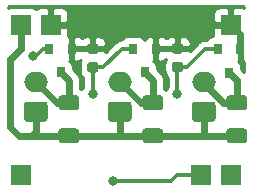
<source format=gbr>
G04 #@! TF.GenerationSoftware,KiCad,Pcbnew,(5.1.6)-1*
G04 #@! TF.CreationDate,2020-11-03T09:51:37+03:00*
G04 #@! TF.ProjectId,UlTi_driver_ext_board,556c5469-5f64-4726-9976-65725f657874,rev?*
G04 #@! TF.SameCoordinates,Original*
G04 #@! TF.FileFunction,Copper,L2,Bot*
G04 #@! TF.FilePolarity,Positive*
%FSLAX46Y46*%
G04 Gerber Fmt 4.6, Leading zero omitted, Abs format (unit mm)*
G04 Created by KiCad (PCBNEW (5.1.6)-1) date 2020-11-03 09:51:37*
%MOMM*%
%LPD*%
G01*
G04 APERTURE LIST*
G04 #@! TA.AperFunction,ComponentPad*
%ADD10O,2.000000X1.700000*%
G04 #@! TD*
G04 #@! TA.AperFunction,ComponentPad*
%ADD11R,1.700000X1.700000*%
G04 #@! TD*
G04 #@! TA.AperFunction,SMDPad,CuDef*
%ADD12R,0.800000X0.900000*%
G04 #@! TD*
G04 #@! TA.AperFunction,ViaPad*
%ADD13C,0.800000*%
G04 #@! TD*
G04 #@! TA.AperFunction,Conductor*
%ADD14C,0.300000*%
G04 #@! TD*
G04 #@! TA.AperFunction,Conductor*
%ADD15C,0.600000*%
G04 #@! TD*
G04 #@! TA.AperFunction,Conductor*
%ADD16C,0.254000*%
G04 #@! TD*
G04 APERTURE END LIST*
G04 #@! TA.AperFunction,SMDPad,CuDef*
G36*
G01*
X157998000Y-102756000D02*
X159248000Y-102756000D01*
G75*
G02*
X159498000Y-103006000I0J-250000D01*
G01*
X159498000Y-103756000D01*
G75*
G02*
X159248000Y-104006000I-250000J0D01*
G01*
X157998000Y-104006000D01*
G75*
G02*
X157748000Y-103756000I0J250000D01*
G01*
X157748000Y-103006000D01*
G75*
G02*
X157998000Y-102756000I250000J0D01*
G01*
G37*
G04 #@! TD.AperFunction*
G04 #@! TA.AperFunction,SMDPad,CuDef*
G36*
G01*
X157998000Y-99956000D02*
X159248000Y-99956000D01*
G75*
G02*
X159498000Y-100206000I0J-250000D01*
G01*
X159498000Y-100956000D01*
G75*
G02*
X159248000Y-101206000I-250000J0D01*
G01*
X157998000Y-101206000D01*
G75*
G02*
X157748000Y-100956000I0J250000D01*
G01*
X157748000Y-100206000D01*
G75*
G02*
X157998000Y-99956000I250000J0D01*
G01*
G37*
G04 #@! TD.AperFunction*
G04 #@! TA.AperFunction,SMDPad,CuDef*
G36*
G01*
X150886000Y-102756000D02*
X152136000Y-102756000D01*
G75*
G02*
X152386000Y-103006000I0J-250000D01*
G01*
X152386000Y-103756000D01*
G75*
G02*
X152136000Y-104006000I-250000J0D01*
G01*
X150886000Y-104006000D01*
G75*
G02*
X150636000Y-103756000I0J250000D01*
G01*
X150636000Y-103006000D01*
G75*
G02*
X150886000Y-102756000I250000J0D01*
G01*
G37*
G04 #@! TD.AperFunction*
G04 #@! TA.AperFunction,SMDPad,CuDef*
G36*
G01*
X150886000Y-99956000D02*
X152136000Y-99956000D01*
G75*
G02*
X152386000Y-100206000I0J-250000D01*
G01*
X152386000Y-100956000D01*
G75*
G02*
X152136000Y-101206000I-250000J0D01*
G01*
X150886000Y-101206000D01*
G75*
G02*
X150636000Y-100956000I0J250000D01*
G01*
X150636000Y-100206000D01*
G75*
G02*
X150886000Y-99956000I250000J0D01*
G01*
G37*
G04 #@! TD.AperFunction*
G04 #@! TA.AperFunction,SMDPad,CuDef*
G36*
G01*
X143774000Y-102756000D02*
X145024000Y-102756000D01*
G75*
G02*
X145274000Y-103006000I0J-250000D01*
G01*
X145274000Y-103756000D01*
G75*
G02*
X145024000Y-104006000I-250000J0D01*
G01*
X143774000Y-104006000D01*
G75*
G02*
X143524000Y-103756000I0J250000D01*
G01*
X143524000Y-103006000D01*
G75*
G02*
X143774000Y-102756000I250000J0D01*
G01*
G37*
G04 #@! TD.AperFunction*
G04 #@! TA.AperFunction,SMDPad,CuDef*
G36*
G01*
X143774000Y-99956000D02*
X145024000Y-99956000D01*
G75*
G02*
X145274000Y-100206000I0J-250000D01*
G01*
X145274000Y-100956000D01*
G75*
G02*
X145024000Y-101206000I-250000J0D01*
G01*
X143774000Y-101206000D01*
G75*
G02*
X143524000Y-100956000I0J250000D01*
G01*
X143524000Y-100206000D01*
G75*
G02*
X143774000Y-99956000I250000J0D01*
G01*
G37*
G04 #@! TD.AperFunction*
D10*
X155829000Y-98846000D03*
G04 #@! TA.AperFunction,ComponentPad*
G36*
G01*
X156579000Y-102196000D02*
X155079000Y-102196000D01*
G75*
G02*
X154829000Y-101946000I0J250000D01*
G01*
X154829000Y-100746000D01*
G75*
G02*
X155079000Y-100496000I250000J0D01*
G01*
X156579000Y-100496000D01*
G75*
G02*
X156829000Y-100746000I0J-250000D01*
G01*
X156829000Y-101946000D01*
G75*
G02*
X156579000Y-102196000I-250000J0D01*
G01*
G37*
G04 #@! TD.AperFunction*
X148717000Y-98846000D03*
G04 #@! TA.AperFunction,ComponentPad*
G36*
G01*
X149467000Y-102196000D02*
X147967000Y-102196000D01*
G75*
G02*
X147717000Y-101946000I0J250000D01*
G01*
X147717000Y-100746000D01*
G75*
G02*
X147967000Y-100496000I250000J0D01*
G01*
X149467000Y-100496000D01*
G75*
G02*
X149717000Y-100746000I0J-250000D01*
G01*
X149717000Y-101946000D01*
G75*
G02*
X149467000Y-102196000I-250000J0D01*
G01*
G37*
G04 #@! TD.AperFunction*
X141605000Y-98846000D03*
G04 #@! TA.AperFunction,ComponentPad*
G36*
G01*
X142355000Y-102196000D02*
X140855000Y-102196000D01*
G75*
G02*
X140605000Y-101946000I0J250000D01*
G01*
X140605000Y-100746000D01*
G75*
G02*
X140855000Y-100496000I250000J0D01*
G01*
X142355000Y-100496000D01*
G75*
G02*
X142605000Y-100746000I0J-250000D01*
G01*
X142605000Y-101946000D01*
G75*
G02*
X142355000Y-102196000I-250000J0D01*
G01*
G37*
G04 #@! TD.AperFunction*
D11*
X140335000Y-93980000D03*
X158115000Y-93980000D03*
X142875000Y-93980000D03*
X158115000Y-106680000D03*
X155575000Y-106680000D03*
X140335000Y-106680000D03*
G04 #@! TA.AperFunction,SMDPad,CuDef*
G36*
G01*
X153862750Y-96424000D02*
X153350250Y-96424000D01*
G75*
G02*
X153131500Y-96205250I0J218750D01*
G01*
X153131500Y-95767750D01*
G75*
G02*
X153350250Y-95549000I218750J0D01*
G01*
X153862750Y-95549000D01*
G75*
G02*
X154081500Y-95767750I0J-218750D01*
G01*
X154081500Y-96205250D01*
G75*
G02*
X153862750Y-96424000I-218750J0D01*
G01*
G37*
G04 #@! TD.AperFunction*
G04 #@! TA.AperFunction,SMDPad,CuDef*
G36*
G01*
X153862750Y-97999000D02*
X153350250Y-97999000D01*
G75*
G02*
X153131500Y-97780250I0J218750D01*
G01*
X153131500Y-97342750D01*
G75*
G02*
X153350250Y-97124000I218750J0D01*
G01*
X153862750Y-97124000D01*
G75*
G02*
X154081500Y-97342750I0J-218750D01*
G01*
X154081500Y-97780250D01*
G75*
G02*
X153862750Y-97999000I-218750J0D01*
G01*
G37*
G04 #@! TD.AperFunction*
G04 #@! TA.AperFunction,SMDPad,CuDef*
G36*
G01*
X146687250Y-96449500D02*
X146174750Y-96449500D01*
G75*
G02*
X145956000Y-96230750I0J218750D01*
G01*
X145956000Y-95793250D01*
G75*
G02*
X146174750Y-95574500I218750J0D01*
G01*
X146687250Y-95574500D01*
G75*
G02*
X146906000Y-95793250I0J-218750D01*
G01*
X146906000Y-96230750D01*
G75*
G02*
X146687250Y-96449500I-218750J0D01*
G01*
G37*
G04 #@! TD.AperFunction*
G04 #@! TA.AperFunction,SMDPad,CuDef*
G36*
G01*
X146687250Y-98024500D02*
X146174750Y-98024500D01*
G75*
G02*
X145956000Y-97805750I0J218750D01*
G01*
X145956000Y-97368250D01*
G75*
G02*
X146174750Y-97149500I218750J0D01*
G01*
X146687250Y-97149500D01*
G75*
G02*
X146906000Y-97368250I0J-218750D01*
G01*
X146906000Y-97805750D01*
G75*
G02*
X146687250Y-98024500I-218750J0D01*
G01*
G37*
G04 #@! TD.AperFunction*
D12*
X157988000Y-98028000D03*
X158938000Y-96028000D03*
X157038000Y-96028000D03*
X150815000Y-98012000D03*
X151765000Y-96012000D03*
X149865000Y-96012000D03*
X143703000Y-98012000D03*
X144653000Y-96012000D03*
X142753000Y-96012000D03*
D13*
X141414500Y-96647000D03*
X146431000Y-99885500D03*
X153606500Y-99822000D03*
X148145500Y-107188000D03*
D14*
X144653000Y-96012000D02*
X144653000Y-93980000D01*
X146431000Y-96012000D02*
X146431000Y-93980000D01*
X151765000Y-96012000D02*
X151765000Y-93980000D01*
X153606500Y-95986500D02*
X153606500Y-93980000D01*
D15*
X158938000Y-94803000D02*
X158115000Y-93980000D01*
X158938000Y-96028000D02*
X158938000Y-94803000D01*
X142875000Y-93980000D02*
X144653000Y-93980000D01*
X144653000Y-93980000D02*
X146431000Y-93980000D01*
X146431000Y-93980000D02*
X151765000Y-93980000D01*
X151765000Y-93980000D02*
X153606500Y-93980000D01*
X153606500Y-93980000D02*
X158115000Y-93980000D01*
X140211000Y-103381000D02*
X139446000Y-102616000D01*
X139446000Y-102616000D02*
X139446000Y-96901000D01*
X140335000Y-96012000D02*
X140335000Y-93980000D01*
X139446000Y-96901000D02*
X140335000Y-96012000D01*
X141605000Y-101346000D02*
X141605000Y-102997000D01*
X141605000Y-102997000D02*
X141221000Y-103381000D01*
X144399000Y-103381000D02*
X141221000Y-103381000D01*
X141221000Y-103381000D02*
X140211000Y-103381000D01*
X148717000Y-103257000D02*
X148593000Y-103381000D01*
X151511000Y-103381000D02*
X148593000Y-103381000D01*
X148717000Y-101346000D02*
X148717000Y-103257000D01*
X148593000Y-103381000D02*
X144399000Y-103381000D01*
X155829000Y-101346000D02*
X155829000Y-103378000D01*
X158623000Y-103381000D02*
X155826000Y-103381000D01*
X155829000Y-103378000D02*
X155826000Y-103381000D01*
X155826000Y-103381000D02*
X151511000Y-103381000D01*
D14*
X142753000Y-96012000D02*
X142240000Y-96012000D01*
X142240000Y-96012000D02*
X141605000Y-96647000D01*
X141605000Y-96647000D02*
X141414500Y-96647000D01*
X149865000Y-96012000D02*
X148907500Y-96012000D01*
X147332500Y-97587000D02*
X146431000Y-97587000D01*
X148907500Y-96012000D02*
X147332500Y-97587000D01*
X146431000Y-97587000D02*
X146431000Y-99885500D01*
X157038000Y-96028000D02*
X155940000Y-96028000D01*
X154406500Y-97561500D02*
X153606500Y-97561500D01*
X155940000Y-96028000D02*
X154406500Y-97561500D01*
X153606500Y-97561500D02*
X153606500Y-99822000D01*
X148145500Y-107188000D02*
X153098500Y-107188000D01*
X153606500Y-106680000D02*
X155575000Y-106680000D01*
X153098500Y-107188000D02*
X153606500Y-106680000D01*
D15*
X141605000Y-98846000D02*
X141645000Y-98846000D01*
X143380000Y-100581000D02*
X144399000Y-100581000D01*
X141645000Y-98846000D02*
X143380000Y-100581000D01*
X144399000Y-98708000D02*
X143703000Y-98012000D01*
X144399000Y-100581000D02*
X144399000Y-98708000D01*
X148717000Y-98846000D02*
X148757000Y-98846000D01*
X150492000Y-100581000D02*
X151511000Y-100581000D01*
X148757000Y-98846000D02*
X150492000Y-100581000D01*
X151511000Y-98708000D02*
X150815000Y-98012000D01*
X151511000Y-100581000D02*
X151511000Y-98708000D01*
X155829000Y-98846000D02*
X155829000Y-98933000D01*
X157477000Y-100581000D02*
X158623000Y-100581000D01*
X155829000Y-98933000D02*
X157477000Y-100581000D01*
X158623000Y-98663000D02*
X157988000Y-98028000D01*
X158623000Y-100581000D02*
X158623000Y-98663000D01*
D16*
G36*
X159233000Y-92475381D02*
G01*
X159233000Y-92553230D01*
X159209180Y-92540498D01*
X159089482Y-92504188D01*
X158965000Y-92491928D01*
X158400750Y-92495000D01*
X158242000Y-92653750D01*
X158242000Y-93853000D01*
X158262000Y-93853000D01*
X158262000Y-94107000D01*
X158242000Y-94107000D01*
X158242000Y-94127000D01*
X157988000Y-94127000D01*
X157988000Y-94107000D01*
X156788750Y-94107000D01*
X156630000Y-94265750D01*
X156626928Y-94830000D01*
X156637757Y-94939952D01*
X156513518Y-94952188D01*
X156393820Y-94988498D01*
X156283506Y-95047463D01*
X156186815Y-95126815D01*
X156107463Y-95223506D01*
X156097043Y-95243000D01*
X155978552Y-95243000D01*
X155939999Y-95239203D01*
X155901446Y-95243000D01*
X155901439Y-95243000D01*
X155800490Y-95252943D01*
X155786112Y-95254359D01*
X155751672Y-95264806D01*
X155638140Y-95299246D01*
X155501767Y-95372138D01*
X155444055Y-95419502D01*
X155412187Y-95445655D01*
X155412184Y-95445658D01*
X155382236Y-95470236D01*
X155357658Y-95500184D01*
X154651046Y-96206796D01*
X154557750Y-96113500D01*
X153733500Y-96113500D01*
X153733500Y-96133500D01*
X153479500Y-96133500D01*
X153479500Y-96113500D01*
X152655250Y-96113500D01*
X152629750Y-96139000D01*
X151892000Y-96139000D01*
X151892000Y-96938250D01*
X152050750Y-97097000D01*
X152165000Y-97100072D01*
X152289482Y-97087812D01*
X152409180Y-97051502D01*
X152519494Y-96992537D01*
X152610503Y-96917848D01*
X152558650Y-97014858D01*
X152509892Y-97175592D01*
X152493428Y-97342750D01*
X152493428Y-97780250D01*
X152509892Y-97947408D01*
X152558650Y-98108142D01*
X152637829Y-98256275D01*
X152744385Y-98386115D01*
X152821500Y-98449401D01*
X152821501Y-99143288D01*
X152802563Y-99162226D01*
X152689295Y-99331744D01*
X152632101Y-99469823D01*
X152629386Y-99467595D01*
X152475850Y-99385528D01*
X152446000Y-99376473D01*
X152446000Y-98753935D01*
X152450524Y-98708000D01*
X152432472Y-98524708D01*
X152379007Y-98348459D01*
X152348765Y-98291880D01*
X152292186Y-98186028D01*
X152175344Y-98043656D01*
X152139659Y-98014370D01*
X151853072Y-97727783D01*
X151853072Y-97562000D01*
X151840812Y-97437518D01*
X151804502Y-97317820D01*
X151745537Y-97207506D01*
X151666185Y-97110815D01*
X151569494Y-97031463D01*
X151553393Y-97022857D01*
X151638000Y-96938250D01*
X151638000Y-96139000D01*
X151618000Y-96139000D01*
X151618000Y-95885000D01*
X151638000Y-95885000D01*
X151638000Y-95085750D01*
X151892000Y-95085750D01*
X151892000Y-95885000D01*
X152641250Y-95885000D01*
X152666750Y-95859500D01*
X153479500Y-95859500D01*
X153479500Y-95072750D01*
X153733500Y-95072750D01*
X153733500Y-95859500D01*
X154557750Y-95859500D01*
X154716500Y-95700750D01*
X154719572Y-95549000D01*
X154707312Y-95424518D01*
X154671002Y-95304820D01*
X154612037Y-95194506D01*
X154532685Y-95097815D01*
X154435994Y-95018463D01*
X154325680Y-94959498D01*
X154205982Y-94923188D01*
X154081500Y-94910928D01*
X153892250Y-94914000D01*
X153733500Y-95072750D01*
X153479500Y-95072750D01*
X153320750Y-94914000D01*
X153131500Y-94910928D01*
X153007018Y-94923188D01*
X152887320Y-94959498D01*
X152777006Y-95018463D01*
X152680315Y-95097815D01*
X152642916Y-95143386D01*
X152616185Y-95110815D01*
X152519494Y-95031463D01*
X152409180Y-94972498D01*
X152289482Y-94936188D01*
X152165000Y-94923928D01*
X152050750Y-94927000D01*
X151892000Y-95085750D01*
X151638000Y-95085750D01*
X151479250Y-94927000D01*
X151365000Y-94923928D01*
X151240518Y-94936188D01*
X151120820Y-94972498D01*
X151010506Y-95031463D01*
X150913815Y-95110815D01*
X150834463Y-95207506D01*
X150815000Y-95243918D01*
X150795537Y-95207506D01*
X150716185Y-95110815D01*
X150619494Y-95031463D01*
X150509180Y-94972498D01*
X150389482Y-94936188D01*
X150265000Y-94923928D01*
X149465000Y-94923928D01*
X149340518Y-94936188D01*
X149220820Y-94972498D01*
X149110506Y-95031463D01*
X149013815Y-95110815D01*
X148934463Y-95207506D01*
X148925144Y-95224941D01*
X148907499Y-95223203D01*
X148868946Y-95227000D01*
X148868939Y-95227000D01*
X148767990Y-95236943D01*
X148753612Y-95238359D01*
X148719172Y-95248806D01*
X148605640Y-95283246D01*
X148469267Y-95356138D01*
X148409059Y-95405550D01*
X148379687Y-95429655D01*
X148379684Y-95429658D01*
X148349736Y-95454236D01*
X148325158Y-95484184D01*
X147526296Y-96283046D01*
X147382250Y-96139000D01*
X146558000Y-96139000D01*
X146558000Y-96159000D01*
X146304000Y-96159000D01*
X146304000Y-96139000D01*
X144780000Y-96139000D01*
X144780000Y-96938250D01*
X144938750Y-97097000D01*
X145053000Y-97100072D01*
X145177482Y-97087812D01*
X145297180Y-97051502D01*
X145407494Y-96992537D01*
X145409662Y-96990758D01*
X145383150Y-97040358D01*
X145334392Y-97201092D01*
X145317928Y-97368250D01*
X145317928Y-97805750D01*
X145334392Y-97972908D01*
X145383150Y-98133642D01*
X145462329Y-98281775D01*
X145568885Y-98411615D01*
X145646000Y-98474901D01*
X145646001Y-99206788D01*
X145627063Y-99225726D01*
X145513795Y-99395244D01*
X145489909Y-99452908D01*
X145363850Y-99385528D01*
X145334000Y-99376473D01*
X145334000Y-98753935D01*
X145338524Y-98708000D01*
X145320472Y-98524708D01*
X145267007Y-98348459D01*
X145236765Y-98291880D01*
X145180186Y-98186028D01*
X145063344Y-98043656D01*
X145027659Y-98014370D01*
X144741072Y-97727783D01*
X144741072Y-97562000D01*
X144728812Y-97437518D01*
X144692502Y-97317820D01*
X144633537Y-97207506D01*
X144554185Y-97110815D01*
X144457494Y-97031463D01*
X144441393Y-97022857D01*
X144526000Y-96938250D01*
X144526000Y-96139000D01*
X144506000Y-96139000D01*
X144506000Y-95885000D01*
X144526000Y-95885000D01*
X144526000Y-95085750D01*
X144780000Y-95085750D01*
X144780000Y-95885000D01*
X146304000Y-95885000D01*
X146304000Y-95098250D01*
X146558000Y-95098250D01*
X146558000Y-95885000D01*
X147382250Y-95885000D01*
X147541000Y-95726250D01*
X147544072Y-95574500D01*
X147531812Y-95450018D01*
X147495502Y-95330320D01*
X147436537Y-95220006D01*
X147357185Y-95123315D01*
X147260494Y-95043963D01*
X147150180Y-94984998D01*
X147030482Y-94948688D01*
X146906000Y-94936428D01*
X146716750Y-94939500D01*
X146558000Y-95098250D01*
X146304000Y-95098250D01*
X146145250Y-94939500D01*
X145956000Y-94936428D01*
X145831518Y-94948688D01*
X145711820Y-94984998D01*
X145601506Y-95043963D01*
X145510568Y-95118593D01*
X145504185Y-95110815D01*
X145407494Y-95031463D01*
X145297180Y-94972498D01*
X145177482Y-94936188D01*
X145053000Y-94923928D01*
X144938750Y-94927000D01*
X144780000Y-95085750D01*
X144526000Y-95085750D01*
X144367250Y-94927000D01*
X144353555Y-94926632D01*
X144363072Y-94830000D01*
X144360000Y-94265750D01*
X144201250Y-94107000D01*
X143002000Y-94107000D01*
X143002000Y-94127000D01*
X142748000Y-94127000D01*
X142748000Y-94107000D01*
X142728000Y-94107000D01*
X142728000Y-93853000D01*
X142748000Y-93853000D01*
X142748000Y-92653750D01*
X143002000Y-92653750D01*
X143002000Y-93853000D01*
X144201250Y-93853000D01*
X144360000Y-93694250D01*
X144363072Y-93130000D01*
X156626928Y-93130000D01*
X156630000Y-93694250D01*
X156788750Y-93853000D01*
X157988000Y-93853000D01*
X157988000Y-92653750D01*
X157829250Y-92495000D01*
X157265000Y-92491928D01*
X157140518Y-92504188D01*
X157020820Y-92540498D01*
X156910506Y-92599463D01*
X156813815Y-92678815D01*
X156734463Y-92775506D01*
X156675498Y-92885820D01*
X156639188Y-93005518D01*
X156626928Y-93130000D01*
X144363072Y-93130000D01*
X144350812Y-93005518D01*
X144314502Y-92885820D01*
X144255537Y-92775506D01*
X144176185Y-92678815D01*
X144079494Y-92599463D01*
X143969180Y-92540498D01*
X143849482Y-92504188D01*
X143725000Y-92491928D01*
X143160750Y-92495000D01*
X143002000Y-92653750D01*
X142748000Y-92653750D01*
X142589250Y-92495000D01*
X142025000Y-92491928D01*
X141900518Y-92504188D01*
X141780820Y-92540498D01*
X141670506Y-92599463D01*
X141605000Y-92653222D01*
X141539494Y-92599463D01*
X141429180Y-92540498D01*
X141309482Y-92504188D01*
X141185000Y-92491928D01*
X139485000Y-92491928D01*
X139360518Y-92504188D01*
X139240820Y-92540498D01*
X139217000Y-92553230D01*
X139217000Y-92475380D01*
X139338381Y-92354000D01*
X159111620Y-92354000D01*
X159233000Y-92475381D01*
G37*
X159233000Y-92475381D02*
X159233000Y-92553230D01*
X159209180Y-92540498D01*
X159089482Y-92504188D01*
X158965000Y-92491928D01*
X158400750Y-92495000D01*
X158242000Y-92653750D01*
X158242000Y-93853000D01*
X158262000Y-93853000D01*
X158262000Y-94107000D01*
X158242000Y-94107000D01*
X158242000Y-94127000D01*
X157988000Y-94127000D01*
X157988000Y-94107000D01*
X156788750Y-94107000D01*
X156630000Y-94265750D01*
X156626928Y-94830000D01*
X156637757Y-94939952D01*
X156513518Y-94952188D01*
X156393820Y-94988498D01*
X156283506Y-95047463D01*
X156186815Y-95126815D01*
X156107463Y-95223506D01*
X156097043Y-95243000D01*
X155978552Y-95243000D01*
X155939999Y-95239203D01*
X155901446Y-95243000D01*
X155901439Y-95243000D01*
X155800490Y-95252943D01*
X155786112Y-95254359D01*
X155751672Y-95264806D01*
X155638140Y-95299246D01*
X155501767Y-95372138D01*
X155444055Y-95419502D01*
X155412187Y-95445655D01*
X155412184Y-95445658D01*
X155382236Y-95470236D01*
X155357658Y-95500184D01*
X154651046Y-96206796D01*
X154557750Y-96113500D01*
X153733500Y-96113500D01*
X153733500Y-96133500D01*
X153479500Y-96133500D01*
X153479500Y-96113500D01*
X152655250Y-96113500D01*
X152629750Y-96139000D01*
X151892000Y-96139000D01*
X151892000Y-96938250D01*
X152050750Y-97097000D01*
X152165000Y-97100072D01*
X152289482Y-97087812D01*
X152409180Y-97051502D01*
X152519494Y-96992537D01*
X152610503Y-96917848D01*
X152558650Y-97014858D01*
X152509892Y-97175592D01*
X152493428Y-97342750D01*
X152493428Y-97780250D01*
X152509892Y-97947408D01*
X152558650Y-98108142D01*
X152637829Y-98256275D01*
X152744385Y-98386115D01*
X152821500Y-98449401D01*
X152821501Y-99143288D01*
X152802563Y-99162226D01*
X152689295Y-99331744D01*
X152632101Y-99469823D01*
X152629386Y-99467595D01*
X152475850Y-99385528D01*
X152446000Y-99376473D01*
X152446000Y-98753935D01*
X152450524Y-98708000D01*
X152432472Y-98524708D01*
X152379007Y-98348459D01*
X152348765Y-98291880D01*
X152292186Y-98186028D01*
X152175344Y-98043656D01*
X152139659Y-98014370D01*
X151853072Y-97727783D01*
X151853072Y-97562000D01*
X151840812Y-97437518D01*
X151804502Y-97317820D01*
X151745537Y-97207506D01*
X151666185Y-97110815D01*
X151569494Y-97031463D01*
X151553393Y-97022857D01*
X151638000Y-96938250D01*
X151638000Y-96139000D01*
X151618000Y-96139000D01*
X151618000Y-95885000D01*
X151638000Y-95885000D01*
X151638000Y-95085750D01*
X151892000Y-95085750D01*
X151892000Y-95885000D01*
X152641250Y-95885000D01*
X152666750Y-95859500D01*
X153479500Y-95859500D01*
X153479500Y-95072750D01*
X153733500Y-95072750D01*
X153733500Y-95859500D01*
X154557750Y-95859500D01*
X154716500Y-95700750D01*
X154719572Y-95549000D01*
X154707312Y-95424518D01*
X154671002Y-95304820D01*
X154612037Y-95194506D01*
X154532685Y-95097815D01*
X154435994Y-95018463D01*
X154325680Y-94959498D01*
X154205982Y-94923188D01*
X154081500Y-94910928D01*
X153892250Y-94914000D01*
X153733500Y-95072750D01*
X153479500Y-95072750D01*
X153320750Y-94914000D01*
X153131500Y-94910928D01*
X153007018Y-94923188D01*
X152887320Y-94959498D01*
X152777006Y-95018463D01*
X152680315Y-95097815D01*
X152642916Y-95143386D01*
X152616185Y-95110815D01*
X152519494Y-95031463D01*
X152409180Y-94972498D01*
X152289482Y-94936188D01*
X152165000Y-94923928D01*
X152050750Y-94927000D01*
X151892000Y-95085750D01*
X151638000Y-95085750D01*
X151479250Y-94927000D01*
X151365000Y-94923928D01*
X151240518Y-94936188D01*
X151120820Y-94972498D01*
X151010506Y-95031463D01*
X150913815Y-95110815D01*
X150834463Y-95207506D01*
X150815000Y-95243918D01*
X150795537Y-95207506D01*
X150716185Y-95110815D01*
X150619494Y-95031463D01*
X150509180Y-94972498D01*
X150389482Y-94936188D01*
X150265000Y-94923928D01*
X149465000Y-94923928D01*
X149340518Y-94936188D01*
X149220820Y-94972498D01*
X149110506Y-95031463D01*
X149013815Y-95110815D01*
X148934463Y-95207506D01*
X148925144Y-95224941D01*
X148907499Y-95223203D01*
X148868946Y-95227000D01*
X148868939Y-95227000D01*
X148767990Y-95236943D01*
X148753612Y-95238359D01*
X148719172Y-95248806D01*
X148605640Y-95283246D01*
X148469267Y-95356138D01*
X148409059Y-95405550D01*
X148379687Y-95429655D01*
X148379684Y-95429658D01*
X148349736Y-95454236D01*
X148325158Y-95484184D01*
X147526296Y-96283046D01*
X147382250Y-96139000D01*
X146558000Y-96139000D01*
X146558000Y-96159000D01*
X146304000Y-96159000D01*
X146304000Y-96139000D01*
X144780000Y-96139000D01*
X144780000Y-96938250D01*
X144938750Y-97097000D01*
X145053000Y-97100072D01*
X145177482Y-97087812D01*
X145297180Y-97051502D01*
X145407494Y-96992537D01*
X145409662Y-96990758D01*
X145383150Y-97040358D01*
X145334392Y-97201092D01*
X145317928Y-97368250D01*
X145317928Y-97805750D01*
X145334392Y-97972908D01*
X145383150Y-98133642D01*
X145462329Y-98281775D01*
X145568885Y-98411615D01*
X145646000Y-98474901D01*
X145646001Y-99206788D01*
X145627063Y-99225726D01*
X145513795Y-99395244D01*
X145489909Y-99452908D01*
X145363850Y-99385528D01*
X145334000Y-99376473D01*
X145334000Y-98753935D01*
X145338524Y-98708000D01*
X145320472Y-98524708D01*
X145267007Y-98348459D01*
X145236765Y-98291880D01*
X145180186Y-98186028D01*
X145063344Y-98043656D01*
X145027659Y-98014370D01*
X144741072Y-97727783D01*
X144741072Y-97562000D01*
X144728812Y-97437518D01*
X144692502Y-97317820D01*
X144633537Y-97207506D01*
X144554185Y-97110815D01*
X144457494Y-97031463D01*
X144441393Y-97022857D01*
X144526000Y-96938250D01*
X144526000Y-96139000D01*
X144506000Y-96139000D01*
X144506000Y-95885000D01*
X144526000Y-95885000D01*
X144526000Y-95085750D01*
X144780000Y-95085750D01*
X144780000Y-95885000D01*
X146304000Y-95885000D01*
X146304000Y-95098250D01*
X146558000Y-95098250D01*
X146558000Y-95885000D01*
X147382250Y-95885000D01*
X147541000Y-95726250D01*
X147544072Y-95574500D01*
X147531812Y-95450018D01*
X147495502Y-95330320D01*
X147436537Y-95220006D01*
X147357185Y-95123315D01*
X147260494Y-95043963D01*
X147150180Y-94984998D01*
X147030482Y-94948688D01*
X146906000Y-94936428D01*
X146716750Y-94939500D01*
X146558000Y-95098250D01*
X146304000Y-95098250D01*
X146145250Y-94939500D01*
X145956000Y-94936428D01*
X145831518Y-94948688D01*
X145711820Y-94984998D01*
X145601506Y-95043963D01*
X145510568Y-95118593D01*
X145504185Y-95110815D01*
X145407494Y-95031463D01*
X145297180Y-94972498D01*
X145177482Y-94936188D01*
X145053000Y-94923928D01*
X144938750Y-94927000D01*
X144780000Y-95085750D01*
X144526000Y-95085750D01*
X144367250Y-94927000D01*
X144353555Y-94926632D01*
X144363072Y-94830000D01*
X144360000Y-94265750D01*
X144201250Y-94107000D01*
X143002000Y-94107000D01*
X143002000Y-94127000D01*
X142748000Y-94127000D01*
X142748000Y-94107000D01*
X142728000Y-94107000D01*
X142728000Y-93853000D01*
X142748000Y-93853000D01*
X142748000Y-92653750D01*
X143002000Y-92653750D01*
X143002000Y-93853000D01*
X144201250Y-93853000D01*
X144360000Y-93694250D01*
X144363072Y-93130000D01*
X156626928Y-93130000D01*
X156630000Y-93694250D01*
X156788750Y-93853000D01*
X157988000Y-93853000D01*
X157988000Y-92653750D01*
X157829250Y-92495000D01*
X157265000Y-92491928D01*
X157140518Y-92504188D01*
X157020820Y-92540498D01*
X156910506Y-92599463D01*
X156813815Y-92678815D01*
X156734463Y-92775506D01*
X156675498Y-92885820D01*
X156639188Y-93005518D01*
X156626928Y-93130000D01*
X144363072Y-93130000D01*
X144350812Y-93005518D01*
X144314502Y-92885820D01*
X144255537Y-92775506D01*
X144176185Y-92678815D01*
X144079494Y-92599463D01*
X143969180Y-92540498D01*
X143849482Y-92504188D01*
X143725000Y-92491928D01*
X143160750Y-92495000D01*
X143002000Y-92653750D01*
X142748000Y-92653750D01*
X142589250Y-92495000D01*
X142025000Y-92491928D01*
X141900518Y-92504188D01*
X141780820Y-92540498D01*
X141670506Y-92599463D01*
X141605000Y-92653222D01*
X141539494Y-92599463D01*
X141429180Y-92540498D01*
X141309482Y-92504188D01*
X141185000Y-92491928D01*
X139485000Y-92491928D01*
X139360518Y-92504188D01*
X139240820Y-92540498D01*
X139217000Y-92553230D01*
X139217000Y-92475380D01*
X139338381Y-92354000D01*
X159111620Y-92354000D01*
X159233000Y-92475381D01*
G36*
X159065000Y-95901000D02*
G01*
X159085000Y-95901000D01*
X159085000Y-96155000D01*
X159065000Y-96155000D01*
X159065000Y-96954250D01*
X159223750Y-97113000D01*
X159233000Y-97113249D01*
X159233000Y-97950711D01*
X159026072Y-97743783D01*
X159026072Y-97578000D01*
X159013812Y-97453518D01*
X158977502Y-97333820D01*
X158918537Y-97223506D01*
X158839185Y-97126815D01*
X158742494Y-97047463D01*
X158726393Y-97038857D01*
X158811000Y-96954250D01*
X158811000Y-96155000D01*
X158791000Y-96155000D01*
X158791000Y-95901000D01*
X158811000Y-95901000D01*
X158811000Y-95881000D01*
X159065000Y-95881000D01*
X159065000Y-95901000D01*
G37*
X159065000Y-95901000D02*
X159085000Y-95901000D01*
X159085000Y-96155000D01*
X159065000Y-96155000D01*
X159065000Y-96954250D01*
X159223750Y-97113000D01*
X159233000Y-97113249D01*
X159233000Y-97950711D01*
X159026072Y-97743783D01*
X159026072Y-97578000D01*
X159013812Y-97453518D01*
X158977502Y-97333820D01*
X158918537Y-97223506D01*
X158839185Y-97126815D01*
X158742494Y-97047463D01*
X158726393Y-97038857D01*
X158811000Y-96954250D01*
X158811000Y-96155000D01*
X158791000Y-96155000D01*
X158791000Y-95901000D01*
X158811000Y-95901000D01*
X158811000Y-95881000D01*
X159065000Y-95881000D01*
X159065000Y-95901000D01*
M02*

</source>
